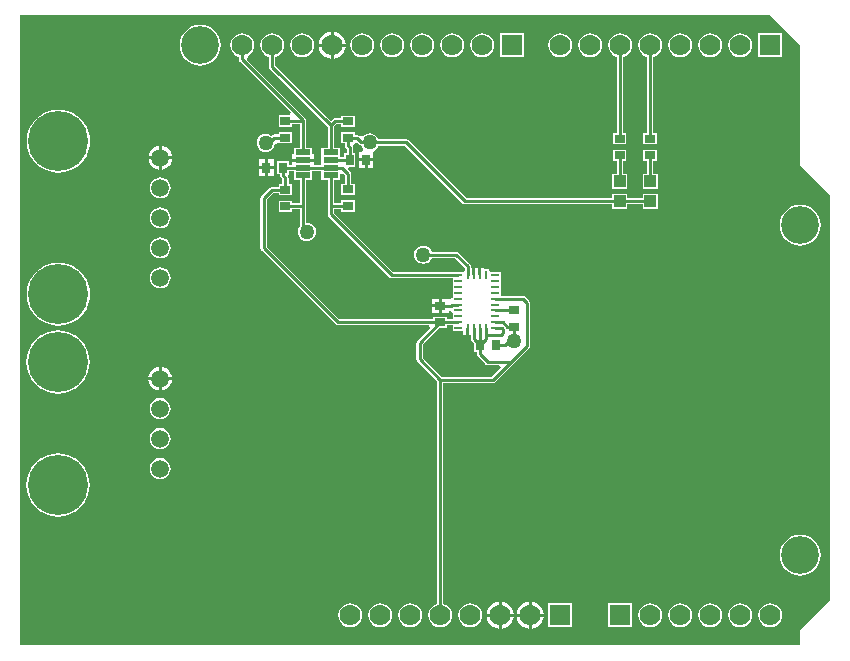
<source format=gtl>
G04 Layer_Physical_Order=1*
G04 Layer_Color=255*
%FSLAX25Y25*%
%MOIN*%
G70*
G01*
G75*
%ADD10R,0.03543X0.02756*%
%ADD11R,0.02658X0.00984*%
%ADD12R,0.00984X0.02658*%
%ADD13R,0.03937X0.03937*%
%ADD14R,0.02756X0.03543*%
%ADD15R,0.05118X0.01969*%
%ADD16C,0.01000*%
%ADD17C,0.20000*%
%ADD18C,0.05906*%
%ADD19C,0.12598*%
%ADD20C,0.07000*%
%ADD21R,0.07000X0.07000*%
%ADD22C,0.04000*%
%ADD23C,0.05000*%
G36*
X260000Y200000D02*
Y160000D01*
X270000Y150000D01*
Y15000D01*
X260000Y5000D01*
Y0D01*
X0D01*
Y210000D01*
X250000D01*
X260000Y200000D01*
D02*
G37*
%LPC*%
G36*
X46600Y82383D02*
X45699Y82264D01*
X44859Y81916D01*
X44137Y81362D01*
X43584Y80641D01*
X43236Y79801D01*
X43117Y78900D01*
X43236Y77999D01*
X43584Y77159D01*
X44137Y76437D01*
X44859Y75884D01*
X45699Y75536D01*
X46600Y75418D01*
X47501Y75536D01*
X48341Y75884D01*
X49062Y76437D01*
X49616Y77159D01*
X49964Y77999D01*
X50082Y78900D01*
X49964Y79801D01*
X49616Y80641D01*
X49062Y81362D01*
X48341Y81916D01*
X47501Y82264D01*
X46600Y82383D01*
D02*
G37*
G36*
Y72382D02*
X45699Y72264D01*
X44859Y71916D01*
X44137Y71363D01*
X43584Y70641D01*
X43236Y69801D01*
X43117Y68900D01*
X43236Y67999D01*
X43584Y67159D01*
X44137Y66438D01*
X44859Y65884D01*
X45699Y65536D01*
X46600Y65417D01*
X47501Y65536D01*
X48341Y65884D01*
X49062Y66438D01*
X49616Y67159D01*
X49964Y67999D01*
X50082Y68900D01*
X49964Y69801D01*
X49616Y70641D01*
X49062Y71363D01*
X48341Y71916D01*
X47501Y72264D01*
X46600Y72382D01*
D02*
G37*
G36*
X46100Y88400D02*
X42679D01*
X42749Y87868D01*
X43147Y86907D01*
X43781Y86081D01*
X44607Y85447D01*
X45568Y85049D01*
X46100Y84979D01*
Y88400D01*
D02*
G37*
G36*
X12600Y104932D02*
X10952Y104803D01*
X9345Y104417D01*
X7818Y103785D01*
X6409Y102921D01*
X5152Y101848D01*
X4079Y100591D01*
X3215Y99182D01*
X2583Y97655D01*
X2197Y96048D01*
X2067Y94400D01*
X2197Y92752D01*
X2583Y91145D01*
X3215Y89618D01*
X4079Y88209D01*
X5152Y86952D01*
X6409Y85879D01*
X7818Y85015D01*
X9345Y84383D01*
X10952Y83997D01*
X12600Y83868D01*
X14248Y83997D01*
X15855Y84383D01*
X17382Y85015D01*
X18791Y85879D01*
X20048Y86952D01*
X21121Y88209D01*
X21984Y89618D01*
X22617Y91145D01*
X23003Y92752D01*
X23133Y94400D01*
X23003Y96048D01*
X22617Y97655D01*
X21984Y99182D01*
X21121Y100591D01*
X20048Y101848D01*
X18791Y102921D01*
X17382Y103785D01*
X15855Y104417D01*
X14248Y104803D01*
X12600Y104932D01*
D02*
G37*
G36*
X46600Y62383D02*
X45699Y62264D01*
X44859Y61916D01*
X44137Y61362D01*
X43584Y60641D01*
X43236Y59801D01*
X43117Y58900D01*
X43236Y57999D01*
X43584Y57159D01*
X44137Y56437D01*
X44859Y55884D01*
X45699Y55536D01*
X46600Y55418D01*
X47501Y55536D01*
X48341Y55884D01*
X49062Y56437D01*
X49616Y57159D01*
X49964Y57999D01*
X50082Y58900D01*
X49964Y59801D01*
X49616Y60641D01*
X49062Y61362D01*
X48341Y61916D01*
X47501Y62264D01*
X46600Y62383D01*
D02*
G37*
G36*
X170500Y14473D02*
Y10500D01*
X174473D01*
X174384Y11175D01*
X173931Y12269D01*
X173209Y13209D01*
X172269Y13931D01*
X171175Y14384D01*
X170500Y14473D01*
D02*
G37*
G36*
X169500D02*
X168825Y14384D01*
X167731Y13931D01*
X166791Y13209D01*
X166069Y12269D01*
X165616Y11175D01*
X165547Y10655D01*
X165527Y10500D01*
X169500D01*
Y14473D01*
D02*
G37*
G36*
X12600Y63933D02*
X10952Y63803D01*
X9345Y63417D01*
X7818Y62784D01*
X6409Y61921D01*
X5152Y60848D01*
X4079Y59591D01*
X3215Y58182D01*
X2583Y56655D01*
X2197Y55048D01*
X2067Y53400D01*
X2197Y51752D01*
X2583Y50145D01*
X3215Y48618D01*
X4079Y47209D01*
X5152Y45952D01*
X6409Y44879D01*
X7818Y44015D01*
X9345Y43383D01*
X10952Y42997D01*
X12600Y42867D01*
X14248Y42997D01*
X15855Y43383D01*
X17382Y44015D01*
X18791Y44879D01*
X20048Y45952D01*
X21121Y47209D01*
X21984Y48618D01*
X22617Y50145D01*
X23003Y51752D01*
X23133Y53400D01*
X23003Y55048D01*
X22617Y56655D01*
X21984Y58182D01*
X21121Y59591D01*
X20048Y60848D01*
X18791Y61921D01*
X17382Y62784D01*
X15855Y63417D01*
X14248Y63803D01*
X12600Y63933D01*
D02*
G37*
G36*
X260000Y36832D02*
X258667Y36701D01*
X257385Y36312D01*
X256204Y35681D01*
X255169Y34831D01*
X254319Y33796D01*
X253688Y32614D01*
X253299Y31333D01*
X253168Y30000D01*
X253299Y28667D01*
X253688Y27386D01*
X254319Y26204D01*
X255169Y25169D01*
X256204Y24319D01*
X257385Y23688D01*
X258667Y23299D01*
X260000Y23168D01*
X261333Y23299D01*
X262614Y23688D01*
X263796Y24319D01*
X264831Y25169D01*
X265681Y26204D01*
X266312Y27386D01*
X266701Y28667D01*
X266832Y30000D01*
X266701Y31333D01*
X266312Y32614D01*
X265681Y33796D01*
X264831Y34831D01*
X263796Y35681D01*
X262614Y36312D01*
X261333Y36701D01*
X260000Y36832D01*
D02*
G37*
G36*
Y146832D02*
X258667Y146701D01*
X257385Y146312D01*
X256204Y145681D01*
X255169Y144831D01*
X254319Y143796D01*
X253688Y142614D01*
X253299Y141333D01*
X253168Y140000D01*
X253299Y138667D01*
X253688Y137385D01*
X254319Y136204D01*
X255169Y135169D01*
X256204Y134319D01*
X257385Y133688D01*
X258667Y133299D01*
X260000Y133168D01*
X261333Y133299D01*
X262614Y133688D01*
X263796Y134319D01*
X264831Y135169D01*
X265681Y136204D01*
X266312Y137385D01*
X266701Y138667D01*
X266832Y140000D01*
X266701Y141333D01*
X266312Y142614D01*
X265681Y143796D01*
X264831Y144831D01*
X263796Y145681D01*
X262614Y146312D01*
X261333Y146701D01*
X260000Y146832D01*
D02*
G37*
G36*
X46700Y135983D02*
X45799Y135864D01*
X44959Y135516D01*
X44238Y134962D01*
X43684Y134241D01*
X43336Y133401D01*
X43218Y132500D01*
X43336Y131599D01*
X43684Y130759D01*
X44238Y130037D01*
X44959Y129484D01*
X45799Y129136D01*
X46700Y129017D01*
X47601Y129136D01*
X48441Y129484D01*
X49163Y130037D01*
X49716Y130759D01*
X50064Y131599D01*
X50182Y132500D01*
X50064Y133401D01*
X49716Y134241D01*
X49163Y134962D01*
X48441Y135516D01*
X47601Y135864D01*
X46700Y135983D01*
D02*
G37*
G36*
Y155982D02*
X45799Y155864D01*
X44959Y155516D01*
X44238Y154963D01*
X43684Y154241D01*
X43336Y153401D01*
X43218Y152500D01*
X43336Y151599D01*
X43684Y150759D01*
X44238Y150038D01*
X44959Y149484D01*
X45799Y149136D01*
X46700Y149018D01*
X47601Y149136D01*
X48441Y149484D01*
X49163Y150038D01*
X49716Y150759D01*
X50064Y151599D01*
X50182Y152500D01*
X50064Y153401D01*
X49716Y154241D01*
X49163Y154963D01*
X48441Y155516D01*
X47601Y155864D01*
X46700Y155982D01*
D02*
G37*
G36*
Y145983D02*
X45799Y145864D01*
X44959Y145516D01*
X44238Y144963D01*
X43684Y144241D01*
X43336Y143401D01*
X43218Y142500D01*
X43336Y141599D01*
X43684Y140759D01*
X44238Y140038D01*
X44959Y139484D01*
X45799Y139136D01*
X46700Y139017D01*
X47601Y139136D01*
X48441Y139484D01*
X49163Y140038D01*
X49716Y140759D01*
X50064Y141599D01*
X50182Y142500D01*
X50064Y143401D01*
X49716Y144241D01*
X49163Y144963D01*
X48441Y145516D01*
X47601Y145864D01*
X46700Y145983D01*
D02*
G37*
G36*
Y125982D02*
X45799Y125864D01*
X44959Y125516D01*
X44238Y124962D01*
X43684Y124241D01*
X43336Y123401D01*
X43218Y122500D01*
X43336Y121599D01*
X43684Y120759D01*
X44238Y120037D01*
X44959Y119484D01*
X45799Y119136D01*
X46700Y119018D01*
X47601Y119136D01*
X48441Y119484D01*
X49163Y120037D01*
X49716Y120759D01*
X50064Y121599D01*
X50182Y122500D01*
X50064Y123401D01*
X49716Y124241D01*
X49163Y124962D01*
X48441Y125516D01*
X47601Y125864D01*
X46700Y125982D01*
D02*
G37*
G36*
X46100Y92821D02*
X45568Y92751D01*
X44607Y92353D01*
X43781Y91719D01*
X43147Y90893D01*
X42749Y89932D01*
X42679Y89400D01*
X46100D01*
Y92821D01*
D02*
G37*
G36*
X50521Y88400D02*
X47100D01*
Y84979D01*
X47632Y85049D01*
X48593Y85447D01*
X49419Y86081D01*
X50053Y86907D01*
X50451Y87868D01*
X50521Y88400D01*
D02*
G37*
G36*
X12700Y127532D02*
X11052Y127403D01*
X9445Y127017D01*
X7918Y126384D01*
X6509Y125521D01*
X5252Y124448D01*
X4179Y123191D01*
X3316Y121782D01*
X2683Y120255D01*
X2297Y118648D01*
X2167Y117000D01*
X2297Y115352D01*
X2683Y113745D01*
X3316Y112218D01*
X4179Y110809D01*
X5252Y109552D01*
X6509Y108479D01*
X7918Y107615D01*
X9445Y106983D01*
X11052Y106597D01*
X12700Y106467D01*
X14348Y106597D01*
X15955Y106983D01*
X17482Y107615D01*
X18891Y108479D01*
X20148Y109552D01*
X21221Y110809D01*
X22084Y112218D01*
X22717Y113745D01*
X23103Y115352D01*
X23233Y117000D01*
X23103Y118648D01*
X22717Y120255D01*
X22084Y121782D01*
X21221Y123191D01*
X20148Y124448D01*
X18891Y125521D01*
X17482Y126384D01*
X15955Y127017D01*
X14348Y127403D01*
X12700Y127532D01*
D02*
G37*
G36*
X47100Y92821D02*
Y89400D01*
X50521D01*
X50451Y89932D01*
X50053Y90893D01*
X49419Y91719D01*
X48593Y92353D01*
X47632Y92751D01*
X47100Y92821D01*
D02*
G37*
G36*
X130000Y14035D02*
X128956Y13897D01*
X127983Y13494D01*
X127147Y12853D01*
X126506Y12017D01*
X126103Y11044D01*
X125965Y10000D01*
X126103Y8956D01*
X126506Y7983D01*
X127147Y7147D01*
X127983Y6506D01*
X128956Y6103D01*
X130000Y5965D01*
X131044Y6103D01*
X132017Y6506D01*
X132853Y7147D01*
X133494Y7983D01*
X133897Y8956D01*
X134035Y10000D01*
X133897Y11044D01*
X133494Y12017D01*
X132853Y12853D01*
X132017Y13494D01*
X131044Y13897D01*
X130000Y14035D01*
D02*
G37*
G36*
X120000D02*
X118956Y13897D01*
X117983Y13494D01*
X117147Y12853D01*
X116506Y12017D01*
X116103Y11044D01*
X115965Y10000D01*
X116103Y8956D01*
X116506Y7983D01*
X117147Y7147D01*
X117983Y6506D01*
X118956Y6103D01*
X120000Y5965D01*
X121044Y6103D01*
X122017Y6506D01*
X122853Y7147D01*
X123494Y7983D01*
X123897Y8956D01*
X124035Y10000D01*
X123897Y11044D01*
X123494Y12017D01*
X122853Y12853D01*
X122017Y13494D01*
X121044Y13897D01*
X120000Y14035D01*
D02*
G37*
G36*
X210000D02*
X208956Y13897D01*
X207983Y13494D01*
X207147Y12853D01*
X206506Y12017D01*
X206103Y11044D01*
X205965Y10000D01*
X206103Y8956D01*
X206506Y7983D01*
X207147Y7147D01*
X207983Y6506D01*
X208956Y6103D01*
X210000Y5965D01*
X211044Y6103D01*
X212017Y6506D01*
X212853Y7147D01*
X213494Y7983D01*
X213897Y8956D01*
X214035Y10000D01*
X213897Y11044D01*
X213494Y12017D01*
X212853Y12853D01*
X212017Y13494D01*
X211044Y13897D01*
X210000Y14035D01*
D02*
G37*
G36*
X150000D02*
X148956Y13897D01*
X147983Y13494D01*
X147147Y12853D01*
X146506Y12017D01*
X146103Y11044D01*
X145966Y10000D01*
X146103Y8956D01*
X146506Y7983D01*
X147147Y7147D01*
X147983Y6506D01*
X148956Y6103D01*
X150000Y5965D01*
X151044Y6103D01*
X152017Y6506D01*
X152853Y7147D01*
X153494Y7983D01*
X153897Y8956D01*
X154034Y10000D01*
X153897Y11044D01*
X153494Y12017D01*
X152853Y12853D01*
X152017Y13494D01*
X151044Y13897D01*
X150000Y14035D01*
D02*
G37*
G36*
X110000D02*
X108956Y13897D01*
X107983Y13494D01*
X107147Y12853D01*
X106506Y12017D01*
X106103Y11044D01*
X105965Y10000D01*
X106103Y8956D01*
X106506Y7983D01*
X107147Y7147D01*
X107983Y6506D01*
X108956Y6103D01*
X110000Y5965D01*
X111044Y6103D01*
X112017Y6506D01*
X112853Y7147D01*
X113494Y7983D01*
X113897Y8956D01*
X114034Y10000D01*
X113897Y11044D01*
X113494Y12017D01*
X112853Y12853D01*
X112017Y13494D01*
X111044Y13897D01*
X110000Y14035D01*
D02*
G37*
G36*
X164473Y9500D02*
X160500D01*
Y5527D01*
X161175Y5616D01*
X162269Y6069D01*
X163209Y6791D01*
X163931Y7731D01*
X164384Y8825D01*
X164453Y9346D01*
X164473Y9500D01*
D02*
G37*
G36*
X159500D02*
X155527D01*
X155616Y8825D01*
X156069Y7731D01*
X156791Y6791D01*
X157731Y6069D01*
X158825Y5616D01*
X159500Y5527D01*
Y9500D01*
D02*
G37*
G36*
X174473D02*
X170500D01*
Y5527D01*
X171175Y5616D01*
X172269Y6069D01*
X173209Y6791D01*
X173931Y7731D01*
X174384Y8825D01*
X174473Y9500D01*
D02*
G37*
G36*
X169500D02*
X165527D01*
X165547Y9346D01*
X165616Y8825D01*
X166069Y7731D01*
X166791Y6791D01*
X167731Y6069D01*
X168825Y5616D01*
X169500Y5527D01*
Y9500D01*
D02*
G37*
G36*
X165023Y10328D02*
X164977D01*
Y9672D01*
X165023D01*
Y10328D01*
D02*
G37*
G36*
X204000Y14000D02*
X196000D01*
Y6000D01*
X204000D01*
Y14000D01*
D02*
G37*
G36*
X160500Y14473D02*
Y10500D01*
X164473D01*
X164453Y10655D01*
X164384Y11175D01*
X163931Y12269D01*
X163209Y13209D01*
X162269Y13931D01*
X161175Y14384D01*
X160500Y14473D01*
D02*
G37*
G36*
X159500D02*
X158825Y14384D01*
X157731Y13931D01*
X156791Y13209D01*
X156069Y12269D01*
X155616Y11175D01*
X155527Y10500D01*
X159500D01*
Y14473D01*
D02*
G37*
G36*
X184000Y14000D02*
X176000D01*
Y6000D01*
X184000D01*
Y14000D01*
D02*
G37*
G36*
X230000Y14035D02*
X228956Y13897D01*
X227983Y13494D01*
X227147Y12853D01*
X226506Y12017D01*
X226103Y11044D01*
X225965Y10000D01*
X226103Y8956D01*
X226506Y7983D01*
X227147Y7147D01*
X227983Y6506D01*
X228956Y6103D01*
X230000Y5965D01*
X231044Y6103D01*
X232017Y6506D01*
X232853Y7147D01*
X233494Y7983D01*
X233897Y8956D01*
X234034Y10000D01*
X233897Y11044D01*
X233494Y12017D01*
X232853Y12853D01*
X232017Y13494D01*
X231044Y13897D01*
X230000Y14035D01*
D02*
G37*
G36*
X220000D02*
X218956Y13897D01*
X217983Y13494D01*
X217147Y12853D01*
X216506Y12017D01*
X216103Y11044D01*
X215966Y10000D01*
X216103Y8956D01*
X216506Y7983D01*
X217147Y7147D01*
X217983Y6506D01*
X218956Y6103D01*
X220000Y5965D01*
X221044Y6103D01*
X222017Y6506D01*
X222853Y7147D01*
X223494Y7983D01*
X223897Y8956D01*
X224035Y10000D01*
X223897Y11044D01*
X223494Y12017D01*
X222853Y12853D01*
X222017Y13494D01*
X221044Y13897D01*
X220000Y14035D01*
D02*
G37*
G36*
X250000D02*
X248956Y13897D01*
X247983Y13494D01*
X247147Y12853D01*
X246506Y12017D01*
X246103Y11044D01*
X245966Y10000D01*
X246103Y8956D01*
X246506Y7983D01*
X247147Y7147D01*
X247983Y6506D01*
X248956Y6103D01*
X250000Y5965D01*
X251044Y6103D01*
X252017Y6506D01*
X252853Y7147D01*
X253494Y7983D01*
X253897Y8956D01*
X254034Y10000D01*
X253897Y11044D01*
X253494Y12017D01*
X252853Y12853D01*
X252017Y13494D01*
X251044Y13897D01*
X250000Y14035D01*
D02*
G37*
G36*
X240000D02*
X238956Y13897D01*
X237983Y13494D01*
X237147Y12853D01*
X236506Y12017D01*
X236103Y11044D01*
X235965Y10000D01*
X236103Y8956D01*
X236506Y7983D01*
X237147Y7147D01*
X237983Y6506D01*
X238956Y6103D01*
X240000Y5965D01*
X241044Y6103D01*
X242017Y6506D01*
X242853Y7147D01*
X243494Y7983D01*
X243897Y8956D01*
X244035Y10000D01*
X243897Y11044D01*
X243494Y12017D01*
X242853Y12853D01*
X242017Y13494D01*
X241044Y13897D01*
X240000Y14035D01*
D02*
G37*
G36*
X114000Y204034D02*
X112956Y203897D01*
X111983Y203494D01*
X111147Y202853D01*
X110506Y202017D01*
X110103Y201044D01*
X109966Y200000D01*
X110103Y198956D01*
X110506Y197983D01*
X111147Y197147D01*
X111983Y196506D01*
X112956Y196103D01*
X114000Y195966D01*
X115044Y196103D01*
X116017Y196506D01*
X116853Y197147D01*
X117494Y197983D01*
X117897Y198956D01*
X118035Y200000D01*
X117897Y201044D01*
X117494Y202017D01*
X116853Y202853D01*
X116017Y203494D01*
X115044Y203897D01*
X114000Y204034D01*
D02*
G37*
G36*
X94000D02*
X92956Y203897D01*
X91983Y203494D01*
X91147Y202853D01*
X90506Y202017D01*
X90103Y201044D01*
X89965Y200000D01*
X90103Y198956D01*
X90506Y197983D01*
X91147Y197147D01*
X91983Y196506D01*
X92956Y196103D01*
X94000Y195966D01*
X95044Y196103D01*
X96017Y196506D01*
X96853Y197147D01*
X97494Y197983D01*
X97897Y198956D01*
X98035Y200000D01*
X97897Y201044D01*
X97494Y202017D01*
X96853Y202853D01*
X96017Y203494D01*
X95044Y203897D01*
X94000Y204034D01*
D02*
G37*
G36*
X124000D02*
X122956Y203897D01*
X121983Y203494D01*
X121147Y202853D01*
X120506Y202017D01*
X120103Y201044D01*
X119966Y200000D01*
X120103Y198956D01*
X120506Y197983D01*
X121147Y197147D01*
X121983Y196506D01*
X122956Y196103D01*
X124000Y195966D01*
X125044Y196103D01*
X126017Y196506D01*
X126853Y197147D01*
X127494Y197983D01*
X127897Y198956D01*
X128034Y200000D01*
X127897Y201044D01*
X127494Y202017D01*
X126853Y202853D01*
X126017Y203494D01*
X125044Y203897D01*
X124000Y204034D01*
D02*
G37*
G36*
X144000D02*
X142956Y203897D01*
X141983Y203494D01*
X141147Y202853D01*
X140506Y202017D01*
X140103Y201044D01*
X139965Y200000D01*
X140103Y198956D01*
X140506Y197983D01*
X141147Y197147D01*
X141983Y196506D01*
X142956Y196103D01*
X144000Y195966D01*
X145044Y196103D01*
X146017Y196506D01*
X146853Y197147D01*
X147494Y197983D01*
X147897Y198956D01*
X148035Y200000D01*
X147897Y201044D01*
X147494Y202017D01*
X146853Y202853D01*
X146017Y203494D01*
X145044Y203897D01*
X144000Y204034D01*
D02*
G37*
G36*
X134000D02*
X132956Y203897D01*
X131983Y203494D01*
X131147Y202853D01*
X130506Y202017D01*
X130103Y201044D01*
X129965Y200000D01*
X130103Y198956D01*
X130506Y197983D01*
X131147Y197147D01*
X131983Y196506D01*
X132956Y196103D01*
X134000Y195966D01*
X135044Y196103D01*
X136017Y196506D01*
X136853Y197147D01*
X137494Y197983D01*
X137897Y198956D01*
X138034Y200000D01*
X137897Y201044D01*
X137494Y202017D01*
X136853Y202853D01*
X136017Y203494D01*
X135044Y203897D01*
X134000Y204034D01*
D02*
G37*
G36*
X84000D02*
X82956Y203897D01*
X81983Y203494D01*
X81147Y202853D01*
X80506Y202017D01*
X80103Y201044D01*
X79966Y200000D01*
X80103Y198956D01*
X80506Y197983D01*
X81147Y197147D01*
X81983Y196506D01*
X82956Y196103D01*
X82980Y196100D01*
Y192700D01*
X83058Y192310D01*
X83279Y191979D01*
X102432Y172826D01*
Y165784D01*
X100393D01*
Y162816D01*
Y160202D01*
X97759D01*
Y161241D01*
X90641D01*
Y160220D01*
X89434D01*
Y161472D01*
X85678D01*
Y156928D01*
X86536D01*
Y156744D01*
X86614Y156354D01*
X86835Y156023D01*
X87380Y155478D01*
Y153734D01*
X86128D01*
Y152875D01*
X83956D01*
X83566Y152798D01*
X83235Y152577D01*
X80379Y149721D01*
X80158Y149390D01*
X80080Y149000D01*
Y132400D01*
X80158Y132010D01*
X80379Y131679D01*
X105135Y106923D01*
X105466Y106702D01*
X105856Y106624D01*
X136232D01*
X136615Y105701D01*
X132379Y101465D01*
X132158Y101134D01*
X132080Y100744D01*
Y95300D01*
X132158Y94910D01*
X132379Y94579D01*
X138980Y87978D01*
Y13900D01*
X138956Y13897D01*
X137983Y13494D01*
X137147Y12853D01*
X136506Y12017D01*
X136103Y11044D01*
X135966Y10000D01*
X136103Y8956D01*
X136506Y7983D01*
X137147Y7147D01*
X137983Y6506D01*
X138956Y6103D01*
X140000Y5965D01*
X141044Y6103D01*
X142017Y6506D01*
X142853Y7147D01*
X143494Y7983D01*
X143897Y8956D01*
X144035Y10000D01*
X143897Y11044D01*
X143494Y12017D01*
X142853Y12853D01*
X142017Y13494D01*
X141044Y13897D01*
X141020Y13900D01*
Y87380D01*
X157500D01*
X157890Y87458D01*
X158221Y87679D01*
X164221Y93679D01*
X169721Y99179D01*
X169942Y99510D01*
X170020Y99900D01*
Y114000D01*
X169942Y114390D01*
X169721Y114721D01*
X168193Y116249D01*
X167863Y116470D01*
X167472Y116547D01*
X160214D01*
Y120441D01*
Y124394D01*
X156556D01*
X156129Y125217D01*
Y125329D01*
X154661D01*
Y125829D01*
X153668D01*
Y123500D01*
X152668D01*
Y125829D01*
X151700D01*
Y123500D01*
X150700D01*
Y125829D01*
X150251D01*
Y126268D01*
X150173Y126659D01*
X149952Y126989D01*
X146021Y130921D01*
X145690Y131142D01*
X145300Y131220D01*
X137125D01*
X136920Y131713D01*
X136440Y132340D01*
X135813Y132820D01*
X135083Y133123D01*
X134300Y133226D01*
X133517Y133123D01*
X132787Y132820D01*
X132160Y132340D01*
X131679Y131713D01*
X131377Y130983D01*
X131274Y130200D01*
X131377Y129417D01*
X131679Y128687D01*
X132160Y128060D01*
X132787Y127579D01*
X133517Y127277D01*
X134300Y127174D01*
X135083Y127277D01*
X135813Y127579D01*
X136440Y128060D01*
X136920Y128687D01*
X137125Y129180D01*
X144878D01*
X148212Y125846D01*
Y125228D01*
X147812Y124394D01*
X146122D01*
X145984Y124421D01*
X124221D01*
X104472Y144170D01*
Y145424D01*
X107028D01*
Y144566D01*
X111572D01*
Y148322D01*
X107028D01*
Y147464D01*
X104472D01*
Y155139D01*
X106511D01*
Y157133D01*
X107511Y157547D01*
X108280Y156778D01*
Y153834D01*
X107028D01*
Y150078D01*
X111572D01*
Y153834D01*
X110320D01*
Y157200D01*
X110242Y157590D01*
X110021Y157921D01*
X109337Y158605D01*
X109720Y159528D01*
X111722D01*
Y164072D01*
X110820D01*
Y166000D01*
X110767Y166266D01*
X110853Y166548D01*
X110863Y166562D01*
X111572Y167266D01*
X112572Y167286D01*
X112979Y166879D01*
X113310Y166658D01*
X113673Y166586D01*
X113880Y166087D01*
X114275Y165572D01*
X114174Y165118D01*
X113876Y164572D01*
X112978D01*
Y162300D01*
X117734D01*
X117734Y164074D01*
X117961Y164810D01*
X118416Y165289D01*
X118640Y165460D01*
X119121Y166087D01*
X119325Y166580D01*
X128278D01*
X147626Y147233D01*
X147956Y147012D01*
X148346Y146934D01*
X197332D01*
Y145485D01*
X202269D01*
Y146934D01*
X207531D01*
Y145485D01*
X212469D01*
Y150422D01*
X207531D01*
Y148973D01*
X202269D01*
Y150422D01*
X197332D01*
Y148973D01*
X148769D01*
X129421Y168321D01*
X129090Y168542D01*
X128700Y168620D01*
X119325D01*
X119121Y169113D01*
X118640Y169740D01*
X118013Y170220D01*
X117283Y170523D01*
X116500Y170626D01*
X115717Y170523D01*
X114987Y170220D01*
X114360Y169740D01*
X113072Y169670D01*
X112877Y169865D01*
X112546Y170086D01*
X112156Y170164D01*
X111572D01*
Y171022D01*
X107028D01*
Y167266D01*
X108280D01*
Y166500D01*
X108358Y166110D01*
X108579Y165779D01*
X108780Y165578D01*
Y164072D01*
X107966D01*
Y162760D01*
X106511D01*
Y165784D01*
X104472D01*
Y172826D01*
X105282Y173636D01*
X107028D01*
Y172778D01*
X111572D01*
Y176534D01*
X107028D01*
Y175675D01*
X104860D01*
X104470Y175598D01*
X104139Y175377D01*
X103452Y174690D01*
X85020Y193122D01*
Y196100D01*
X85044Y196103D01*
X86017Y196506D01*
X86853Y197147D01*
X87494Y197983D01*
X87897Y198956D01*
X88034Y200000D01*
X87897Y201044D01*
X87494Y202017D01*
X86853Y202853D01*
X86017Y203494D01*
X85044Y203897D01*
X84000Y204034D01*
D02*
G37*
G36*
X90672Y171122D02*
X86128D01*
Y170264D01*
X84644D01*
X84254Y170186D01*
X83923Y169965D01*
X83746Y169788D01*
X83313Y170121D01*
X82583Y170423D01*
X81800Y170526D01*
X81017Y170423D01*
X80287Y170121D01*
X79660Y169640D01*
X79180Y169013D01*
X78877Y168283D01*
X78774Y167500D01*
X78877Y166717D01*
X79180Y165987D01*
X79660Y165360D01*
X80287Y164880D01*
X81017Y164577D01*
X81800Y164474D01*
X82583Y164577D01*
X83313Y164880D01*
X83940Y165360D01*
X84421Y165987D01*
X84723Y166717D01*
X84740Y166851D01*
X85782Y167503D01*
X86128Y167366D01*
Y167366D01*
X90672D01*
Y171122D01*
D02*
G37*
G36*
X60000Y206832D02*
X58667Y206701D01*
X57385Y206312D01*
X56204Y205681D01*
X55169Y204831D01*
X54319Y203796D01*
X53688Y202614D01*
X53299Y201333D01*
X53168Y200000D01*
X53299Y198667D01*
X53688Y197386D01*
X54319Y196204D01*
X55169Y195169D01*
X56204Y194319D01*
X57385Y193688D01*
X58667Y193299D01*
X60000Y193168D01*
X61333Y193299D01*
X62615Y193688D01*
X63796Y194319D01*
X64831Y195169D01*
X65681Y196204D01*
X66312Y197386D01*
X66701Y198667D01*
X66832Y200000D01*
X66701Y201333D01*
X66312Y202614D01*
X65681Y203796D01*
X64831Y204831D01*
X63796Y205681D01*
X62615Y206312D01*
X61333Y206701D01*
X60000Y206832D01*
D02*
G37*
G36*
X108473Y199500D02*
X104500D01*
Y195527D01*
X105175Y195616D01*
X106269Y196069D01*
X107209Y196791D01*
X107931Y197731D01*
X108384Y198825D01*
X108473Y199500D01*
D02*
G37*
G36*
X103500D02*
X99527D01*
X99616Y198825D01*
X100069Y197731D01*
X100791Y196791D01*
X101731Y196069D01*
X102825Y195616D01*
X103500Y195527D01*
Y199500D01*
D02*
G37*
G36*
X168000Y204000D02*
X160000D01*
Y196000D01*
X168000D01*
Y204000D01*
D02*
G37*
G36*
X240000Y204034D02*
X238956Y203897D01*
X237983Y203494D01*
X237147Y202853D01*
X236506Y202017D01*
X236103Y201044D01*
X235965Y200000D01*
X236103Y198956D01*
X236506Y197983D01*
X237147Y197147D01*
X237983Y196506D01*
X238956Y196103D01*
X240000Y195966D01*
X241044Y196103D01*
X242017Y196506D01*
X242853Y197147D01*
X243494Y197983D01*
X243897Y198956D01*
X244035Y200000D01*
X243897Y201044D01*
X243494Y202017D01*
X242853Y202853D01*
X242017Y203494D01*
X241044Y203897D01*
X240000Y204034D01*
D02*
G37*
G36*
X254000Y204000D02*
X246000D01*
Y196000D01*
X254000D01*
Y204000D01*
D02*
G37*
G36*
X104500Y204473D02*
Y200500D01*
X108473D01*
X108384Y201175D01*
X107931Y202269D01*
X107209Y203209D01*
X106269Y203931D01*
X105175Y204384D01*
X104500Y204473D01*
D02*
G37*
G36*
X103500D02*
X102825Y204384D01*
X101731Y203931D01*
X100791Y203209D01*
X100069Y202269D01*
X99616Y201175D01*
X99527Y200500D01*
X103500D01*
Y204473D01*
D02*
G37*
G36*
X180000Y204034D02*
X178956Y203897D01*
X177983Y203494D01*
X177147Y202853D01*
X176506Y202017D01*
X176103Y201044D01*
X175965Y200000D01*
X176103Y198956D01*
X176506Y197983D01*
X177147Y197147D01*
X177983Y196506D01*
X178956Y196103D01*
X180000Y195966D01*
X181044Y196103D01*
X182017Y196506D01*
X182853Y197147D01*
X183494Y197983D01*
X183897Y198956D01*
X184035Y200000D01*
X183897Y201044D01*
X183494Y202017D01*
X182853Y202853D01*
X182017Y203494D01*
X181044Y203897D01*
X180000Y204034D01*
D02*
G37*
G36*
X154000D02*
X152956Y203897D01*
X151983Y203494D01*
X151147Y202853D01*
X150506Y202017D01*
X150103Y201044D01*
X149966Y200000D01*
X150103Y198956D01*
X150506Y197983D01*
X151147Y197147D01*
X151983Y196506D01*
X152956Y196103D01*
X154000Y195966D01*
X155044Y196103D01*
X156017Y196506D01*
X156853Y197147D01*
X157494Y197983D01*
X157897Y198956D01*
X158035Y200000D01*
X157897Y201044D01*
X157494Y202017D01*
X156853Y202853D01*
X156017Y203494D01*
X155044Y203897D01*
X154000Y204034D01*
D02*
G37*
G36*
X190000D02*
X188956Y203897D01*
X187983Y203494D01*
X187147Y202853D01*
X186506Y202017D01*
X186103Y201044D01*
X185966Y200000D01*
X186103Y198956D01*
X186506Y197983D01*
X187147Y197147D01*
X187983Y196506D01*
X188956Y196103D01*
X190000Y195966D01*
X191044Y196103D01*
X192017Y196506D01*
X192853Y197147D01*
X193494Y197983D01*
X193897Y198956D01*
X194035Y200000D01*
X193897Y201044D01*
X193494Y202017D01*
X192853Y202853D01*
X192017Y203494D01*
X191044Y203897D01*
X190000Y204034D01*
D02*
G37*
G36*
X230000D02*
X228956Y203897D01*
X227983Y203494D01*
X227147Y202853D01*
X226506Y202017D01*
X226103Y201044D01*
X225965Y200000D01*
X226103Y198956D01*
X226506Y197983D01*
X227147Y197147D01*
X227983Y196506D01*
X228956Y196103D01*
X230000Y195966D01*
X231044Y196103D01*
X232017Y196506D01*
X232853Y197147D01*
X233494Y197983D01*
X233897Y198956D01*
X234034Y200000D01*
X233897Y201044D01*
X233494Y202017D01*
X232853Y202853D01*
X232017Y203494D01*
X231044Y203897D01*
X230000Y204034D01*
D02*
G37*
G36*
X220000D02*
X218956Y203897D01*
X217983Y203494D01*
X217147Y202853D01*
X216506Y202017D01*
X216103Y201044D01*
X215966Y200000D01*
X216103Y198956D01*
X216506Y197983D01*
X217147Y197147D01*
X217983Y196506D01*
X218956Y196103D01*
X220000Y195966D01*
X221044Y196103D01*
X222017Y196506D01*
X222853Y197147D01*
X223494Y197983D01*
X223897Y198956D01*
X224035Y200000D01*
X223897Y201044D01*
X223494Y202017D01*
X222853Y202853D01*
X222017Y203494D01*
X221044Y203897D01*
X220000Y204034D01*
D02*
G37*
G36*
X46200Y162000D02*
X42779D01*
X42849Y161468D01*
X43247Y160507D01*
X43881Y159681D01*
X44707Y159047D01*
X45668Y158649D01*
X46200Y158579D01*
Y162000D01*
D02*
G37*
G36*
X12700Y178533D02*
X11052Y178403D01*
X9445Y178017D01*
X7918Y177384D01*
X6509Y176521D01*
X5252Y175448D01*
X4179Y174191D01*
X3316Y172782D01*
X2683Y171255D01*
X2297Y169648D01*
X2167Y168000D01*
X2297Y166352D01*
X2683Y164745D01*
X3316Y163218D01*
X4179Y161809D01*
X5252Y160552D01*
X6509Y159479D01*
X7918Y158616D01*
X9445Y157983D01*
X11052Y157597D01*
X12700Y157467D01*
X14348Y157597D01*
X15955Y157983D01*
X17482Y158616D01*
X18891Y159479D01*
X20148Y160552D01*
X21221Y161809D01*
X22084Y163218D01*
X22717Y164745D01*
X23103Y166352D01*
X23233Y168000D01*
X23103Y169648D01*
X22717Y171255D01*
X22084Y172782D01*
X21221Y174191D01*
X20148Y175448D01*
X18891Y176521D01*
X17482Y177384D01*
X15955Y178017D01*
X14348Y178403D01*
X12700Y178533D01*
D02*
G37*
G36*
X114856Y161300D02*
X112978D01*
Y159028D01*
X114856D01*
Y161300D01*
D02*
G37*
G36*
X50621Y162000D02*
X47200D01*
Y158579D01*
X47732Y158649D01*
X48693Y159047D01*
X49519Y159681D01*
X50153Y160507D01*
X50551Y161468D01*
X50621Y162000D01*
D02*
G37*
G36*
X212272Y165222D02*
X207728D01*
Y161466D01*
X208980D01*
Y157115D01*
X207531D01*
Y152178D01*
X212469D01*
Y157115D01*
X211020D01*
Y161466D01*
X212272D01*
Y165222D01*
D02*
G37*
G36*
X202072D02*
X197528D01*
Y161466D01*
X198780D01*
Y157115D01*
X197332D01*
Y152178D01*
X202269D01*
Y157115D01*
X200820D01*
Y161466D01*
X202072D01*
Y165222D01*
D02*
G37*
G36*
X84422Y158700D02*
X82544D01*
Y156428D01*
X84422D01*
Y158700D01*
D02*
G37*
G36*
X81544D02*
X79666D01*
Y156428D01*
X81544D01*
Y158700D01*
D02*
G37*
G36*
X46200Y166421D02*
X45668Y166351D01*
X44707Y165953D01*
X43881Y165319D01*
X43247Y164493D01*
X42849Y163532D01*
X42779Y163000D01*
X46200D01*
Y166421D01*
D02*
G37*
G36*
X210000Y204034D02*
X208956Y203897D01*
X207983Y203494D01*
X207147Y202853D01*
X206506Y202017D01*
X206103Y201044D01*
X205965Y200000D01*
X206103Y198956D01*
X206506Y197983D01*
X207147Y197147D01*
X207983Y196506D01*
X208956Y196103D01*
X208980Y196100D01*
Y170734D01*
X207728D01*
Y166978D01*
X212272D01*
Y170734D01*
X211020D01*
Y196100D01*
X211044Y196103D01*
X212017Y196506D01*
X212853Y197147D01*
X213494Y197983D01*
X213897Y198956D01*
X214035Y200000D01*
X213897Y201044D01*
X213494Y202017D01*
X212853Y202853D01*
X212017Y203494D01*
X211044Y203897D01*
X210000Y204034D01*
D02*
G37*
G36*
X200000D02*
X198956Y203897D01*
X197983Y203494D01*
X197147Y202853D01*
X196506Y202017D01*
X196103Y201044D01*
X195966Y200000D01*
X196103Y198956D01*
X196506Y197983D01*
X197147Y197147D01*
X197983Y196506D01*
X198956Y196103D01*
X198980Y196100D01*
Y170734D01*
X197528D01*
Y166978D01*
X202072D01*
Y170734D01*
X201020D01*
Y196100D01*
X201044Y196103D01*
X202017Y196506D01*
X202853Y197147D01*
X203494Y197983D01*
X203897Y198956D01*
X204034Y200000D01*
X203897Y201044D01*
X203494Y202017D01*
X202853Y202853D01*
X202017Y203494D01*
X201044Y203897D01*
X200000Y204034D01*
D02*
G37*
G36*
X47200Y166421D02*
Y163000D01*
X50621D01*
X50551Y163532D01*
X50153Y164493D01*
X49519Y165319D01*
X48693Y165953D01*
X47732Y166351D01*
X47200Y166421D01*
D02*
G37*
G36*
X74000Y204034D02*
X72956Y203897D01*
X71983Y203494D01*
X71147Y202853D01*
X70506Y202017D01*
X70103Y201044D01*
X69965Y200000D01*
X70103Y198956D01*
X70506Y197983D01*
X71147Y197147D01*
X71983Y196506D01*
X72956Y196103D01*
X72980Y196100D01*
Y195300D01*
X73058Y194910D01*
X73279Y194579D01*
X90224Y177634D01*
X89810Y176634D01*
X86128D01*
Y172878D01*
X90672D01*
Y173736D01*
X93180D01*
Y165784D01*
X91141D01*
Y163725D01*
X90641D01*
Y162241D01*
X97759D01*
Y163725D01*
X97259D01*
Y165784D01*
X95220D01*
Y175100D01*
X95142Y175490D01*
X94921Y175821D01*
X75523Y195219D01*
X75758Y196398D01*
X76017Y196506D01*
X76853Y197147D01*
X77494Y197983D01*
X77897Y198956D01*
X78035Y200000D01*
X77897Y201044D01*
X77494Y202017D01*
X76853Y202853D01*
X76017Y203494D01*
X75044Y203897D01*
X74000Y204034D01*
D02*
G37*
G36*
X81544Y161972D02*
X79666D01*
Y159700D01*
X81544D01*
Y161972D01*
D02*
G37*
G36*
X117734Y161300D02*
X115856D01*
Y159028D01*
X117734D01*
Y161300D01*
D02*
G37*
G36*
X84422Y161972D02*
X82544D01*
Y159700D01*
X84422D01*
Y161972D01*
D02*
G37*
%LPD*%
G36*
X91141Y155139D02*
X93180D01*
Y147364D01*
X90672D01*
Y148222D01*
X86128D01*
Y144466D01*
X90672D01*
Y145325D01*
X93125D01*
Y139632D01*
X92879Y139313D01*
X92577Y138583D01*
X92474Y137800D01*
X92577Y137017D01*
X92879Y136287D01*
X93360Y135660D01*
X93987Y135179D01*
X94717Y134877D01*
X95500Y134774D01*
X96283Y134877D01*
X97013Y135179D01*
X97640Y135660D01*
X98120Y136287D01*
X98423Y137017D01*
X98526Y137800D01*
X98423Y138583D01*
X98120Y139313D01*
X97640Y139940D01*
X97013Y140420D01*
X96283Y140723D01*
X95500Y140826D01*
X95164Y141121D01*
Y146119D01*
X95220Y146400D01*
Y155139D01*
X97259D01*
Y158162D01*
X100393D01*
Y155139D01*
X102432D01*
Y143748D01*
X102510Y143358D01*
X102731Y143027D01*
X123077Y122681D01*
X123408Y122460D01*
X123798Y122382D01*
X144155D01*
Y118473D01*
Y115844D01*
X144149Y115835D01*
X143751Y115585D01*
X142772Y115534D01*
Y115534D01*
X140500D01*
Y113156D01*
Y110778D01*
X142772D01*
Y111287D01*
X143296Y111464D01*
X144155Y110732D01*
Y108673D01*
X142272D01*
Y109522D01*
X137728D01*
Y108664D01*
X106278D01*
X82120Y132822D01*
Y148578D01*
X84378Y150836D01*
X86128D01*
Y149978D01*
X90672D01*
Y153734D01*
X89420D01*
Y155900D01*
X89414Y155928D01*
X89434Y156928D01*
X89434Y156928D01*
X89434Y156928D01*
Y158180D01*
X91141D01*
Y155139D01*
D02*
G37*
G36*
X144155Y104693D02*
X147739D01*
Y103258D01*
X148732D01*
Y105587D01*
X149732D01*
Y103258D01*
X150180D01*
Y102044D01*
X150258Y101654D01*
X150479Y101323D01*
X151266Y100536D01*
Y97828D01*
X152125D01*
Y97056D01*
X152202Y96666D01*
X152423Y96335D01*
X155079Y93679D01*
X155410Y93458D01*
X155800Y93380D01*
X159732D01*
X160115Y92457D01*
X157078Y89420D01*
X140422D01*
X134120Y95722D01*
Y100322D01*
X139564Y105766D01*
X142272D01*
Y106634D01*
X144155D01*
Y104693D01*
D02*
G37*
%LPC*%
G36*
X139500Y112656D02*
X137228D01*
Y110778D01*
X139500D01*
Y112656D01*
D02*
G37*
G36*
Y115534D02*
X137228D01*
Y113656D01*
X139500D01*
Y115534D01*
D02*
G37*
%LPD*%
D10*
X140000Y113156D02*
D03*
Y107644D02*
D03*
X88400Y151856D02*
D03*
Y146344D02*
D03*
X109300Y151956D02*
D03*
Y146444D02*
D03*
X199800Y163344D02*
D03*
Y168856D02*
D03*
X210000Y163344D02*
D03*
Y168856D02*
D03*
X164500Y106144D02*
D03*
Y111656D02*
D03*
X109300Y169144D02*
D03*
Y174656D02*
D03*
X88400Y169244D02*
D03*
Y174756D02*
D03*
D11*
X145984Y123402D02*
D03*
Y121433D02*
D03*
Y119465D02*
D03*
Y117496D02*
D03*
Y115528D02*
D03*
Y113559D02*
D03*
Y111591D02*
D03*
Y109622D02*
D03*
Y107653D02*
D03*
Y105685D02*
D03*
X158385D02*
D03*
Y107653D02*
D03*
Y109622D02*
D03*
Y111591D02*
D03*
Y113559D02*
D03*
Y115528D02*
D03*
Y117496D02*
D03*
Y119465D02*
D03*
Y121433D02*
D03*
Y123402D02*
D03*
D12*
X155137Y123500D02*
D03*
X153168D02*
D03*
X151200D02*
D03*
X149232D02*
D03*
Y105587D02*
D03*
X151200D02*
D03*
X153168D02*
D03*
X155137D02*
D03*
D13*
X210000Y147953D02*
D03*
Y154647D02*
D03*
X199800Y147953D02*
D03*
Y154647D02*
D03*
D14*
X158656Y100100D02*
D03*
X153144D02*
D03*
X82044Y159200D02*
D03*
X87556D02*
D03*
X115356Y161800D02*
D03*
X109844D02*
D03*
D15*
X103452Y164300D02*
D03*
Y161741D02*
D03*
Y159182D02*
D03*
Y156623D02*
D03*
X94200D02*
D03*
Y159182D02*
D03*
Y161741D02*
D03*
Y164300D02*
D03*
D16*
X133100Y95300D02*
X140000Y88400D01*
X133100Y95300D02*
Y100744D01*
X140000Y107644D01*
X140000Y10000D02*
Y88400D01*
X157500D02*
X163500Y94400D01*
X140000Y88400D02*
X157500D01*
X145300Y130200D02*
X149232Y126268D01*
X134300Y130200D02*
X145300D01*
X123798Y123402D02*
X145984D01*
X103452Y143748D02*
X123798Y123402D01*
X105856Y107644D02*
X140000D01*
Y113156D02*
X140156Y113000D01*
X143500D01*
X144059Y113559D01*
X145984D01*
X140000Y113156D02*
X140403Y113559D01*
X199800Y147953D02*
X210000D01*
X148346D02*
X199800D01*
X128700Y167600D02*
X148346Y147953D01*
X116500Y167600D02*
X128700D01*
X109800Y161844D02*
X109844Y161800D01*
X109800Y161844D02*
Y166000D01*
X109300Y166500D02*
X109800Y166000D01*
X109300Y166500D02*
Y169144D01*
X81100Y132400D02*
X105856Y107644D01*
X81100Y132400D02*
Y149000D01*
X83956Y151856D01*
X88400D01*
X163500Y94400D02*
X169000Y99900D01*
X149232Y123500D02*
Y126268D01*
X88400Y146344D02*
X94144D01*
Y139156D02*
Y146344D01*
Y139156D02*
X95500Y137800D01*
X162277Y106144D02*
X164500D01*
X160768Y107653D02*
X162277Y106144D01*
X158385Y107653D02*
X160768D01*
X162800Y101400D02*
X164500D01*
X161500Y100100D02*
X162800Y101400D01*
X158656Y100100D02*
X161500D01*
X153144Y97056D02*
Y100100D01*
Y97056D02*
X155800Y94400D01*
X163500D01*
X169000Y99900D02*
Y114000D01*
X167472Y115528D02*
X169000Y114000D01*
X158385Y115528D02*
X167472D01*
X164500Y101400D02*
Y106144D01*
X210000Y154647D02*
Y163344D01*
X199800Y154647D02*
X199800Y154647D01*
X199800Y154647D02*
Y163344D01*
X210000Y168856D02*
Y200000D01*
X200000Y169256D02*
Y200000D01*
X87556Y156744D02*
Y159200D01*
Y156744D02*
X88400Y155900D01*
Y151856D02*
Y155900D01*
X109300Y151956D02*
Y157200D01*
X107318Y159182D02*
X109300Y157200D01*
X103452Y159182D02*
X107318D01*
X94200D02*
X103452D01*
X113700Y167600D02*
X116500D01*
X112156Y169144D02*
X113700Y167600D01*
X82900Y167500D02*
X84644Y169244D01*
X81800Y167500D02*
X82900D01*
X103452Y143748D02*
Y156623D01*
X103496Y146444D02*
X109300D01*
X94200Y146400D02*
Y156623D01*
X94144Y146344D02*
X94200Y146400D01*
X94182Y159200D02*
X94200Y159182D01*
X87556Y159200D02*
X94182D01*
X109785Y161741D02*
X109844Y161800D01*
X103452Y161741D02*
X109785D01*
X93856Y174756D02*
X94200Y175100D01*
X88400Y174756D02*
X93856D01*
X103452Y173248D02*
X104860Y174656D01*
X109300D01*
Y169144D02*
X112156D01*
X84644Y169244D02*
X88400D01*
X84000Y192700D02*
Y200000D01*
Y192700D02*
X103452Y173248D01*
X74000Y195300D02*
Y200000D01*
Y195300D02*
X94200Y175100D01*
X103452Y164300D02*
Y173248D01*
X94200Y164300D02*
Y175100D01*
X164435Y111591D02*
X164500Y111656D01*
X158385Y111591D02*
X164435D01*
X155137Y103400D02*
Y105587D01*
Y102093D02*
Y103400D01*
X160300D01*
X160900Y104000D01*
Y105400D01*
X160615Y105685D02*
X160900Y105400D01*
X158385Y105685D02*
X160615D01*
X153168Y100124D02*
X155137Y102093D01*
X153144Y100100D02*
X153168Y100124D01*
Y105587D01*
X151200Y102044D02*
X153144Y100100D01*
X151200Y102044D02*
Y105587D01*
X140000Y107644D02*
X140009Y107653D01*
X145984D01*
D17*
X12600Y53400D02*
D03*
Y94400D02*
D03*
X12700Y168000D02*
D03*
Y117000D02*
D03*
D18*
X46600Y58900D02*
D03*
Y68900D02*
D03*
Y78900D02*
D03*
Y88900D02*
D03*
X46700Y142500D02*
D03*
Y162500D02*
D03*
Y152500D02*
D03*
Y132500D02*
D03*
Y122500D02*
D03*
D19*
X60000Y200000D02*
D03*
X260000Y140000D02*
D03*
Y30000D02*
D03*
D20*
X160000Y10000D02*
D03*
X170000D02*
D03*
X110000D02*
D03*
X120000D02*
D03*
X130000D02*
D03*
X140000D02*
D03*
X150000D02*
D03*
X230000Y200000D02*
D03*
X240000D02*
D03*
X180000D02*
D03*
X190000D02*
D03*
X200000D02*
D03*
X210000D02*
D03*
X220000D02*
D03*
X74000D02*
D03*
X84000D02*
D03*
X94000D02*
D03*
X104000D02*
D03*
X114000D02*
D03*
X124000D02*
D03*
X134000D02*
D03*
X144000D02*
D03*
X154000D02*
D03*
X250000Y10000D02*
D03*
X240000D02*
D03*
X230000D02*
D03*
X220000D02*
D03*
X210000D02*
D03*
D21*
X180000D02*
D03*
X250000Y200000D02*
D03*
X164000D02*
D03*
X200000Y10000D02*
D03*
D22*
X240000Y137000D02*
D03*
X250000Y117000D02*
D03*
X240000Y97000D02*
D03*
X250000Y77000D02*
D03*
X240000Y57000D02*
D03*
X250000Y37000D02*
D03*
X240000Y17000D02*
D03*
X230000Y157000D02*
D03*
Y117000D02*
D03*
X220000Y97000D02*
D03*
X230000Y77000D02*
D03*
X220000Y57000D02*
D03*
X230000Y37000D02*
D03*
X220000Y17000D02*
D03*
X200000Y137000D02*
D03*
Y97000D02*
D03*
X210000Y77000D02*
D03*
X200000Y57000D02*
D03*
X210000Y37000D02*
D03*
X200000Y17000D02*
D03*
X180000Y177000D02*
D03*
X190000Y157000D02*
D03*
X180000Y137000D02*
D03*
X190000Y117000D02*
D03*
Y77000D02*
D03*
X180000Y57000D02*
D03*
X190000Y37000D02*
D03*
X180000Y17000D02*
D03*
X170000Y197000D02*
D03*
X160000Y177000D02*
D03*
X170000Y157000D02*
D03*
X160000Y137000D02*
D03*
Y57000D02*
D03*
X170000Y37000D02*
D03*
X160000Y17000D02*
D03*
X140000Y177000D02*
D03*
X150000Y157000D02*
D03*
X140000Y137000D02*
D03*
Y97000D02*
D03*
X150000Y37000D02*
D03*
X120000Y177000D02*
D03*
X130000Y157000D02*
D03*
X120000Y137000D02*
D03*
X130000Y117000D02*
D03*
X120000Y97000D02*
D03*
Y57000D02*
D03*
X130000Y37000D02*
D03*
X120000Y17000D02*
D03*
X110000Y117000D02*
D03*
X100000Y97000D02*
D03*
Y57000D02*
D03*
X110000Y37000D02*
D03*
X100000Y17000D02*
D03*
X80000Y177000D02*
D03*
X90000Y117000D02*
D03*
X80000Y97000D02*
D03*
Y57000D02*
D03*
X90000Y37000D02*
D03*
X80000Y17000D02*
D03*
X60000Y177000D02*
D03*
X70000Y157000D02*
D03*
X60000Y137000D02*
D03*
X70000Y117000D02*
D03*
X60000Y97000D02*
D03*
Y57000D02*
D03*
X70000Y37000D02*
D03*
X60000Y17000D02*
D03*
X50000Y197000D02*
D03*
X40000Y177000D02*
D03*
X50000Y157000D02*
D03*
X40000Y137000D02*
D03*
X50000Y117000D02*
D03*
X40000Y97000D02*
D03*
Y57000D02*
D03*
X50000Y37000D02*
D03*
X40000Y17000D02*
D03*
X30000Y197000D02*
D03*
Y157000D02*
D03*
X20000Y137000D02*
D03*
X30000Y117000D02*
D03*
Y77000D02*
D03*
Y37000D02*
D03*
X20000Y17000D02*
D03*
D23*
X134300Y130200D02*
D03*
X95500Y137800D02*
D03*
X164500Y101400D02*
D03*
X116500Y167600D02*
D03*
X81800Y167500D02*
D03*
M02*

</source>
